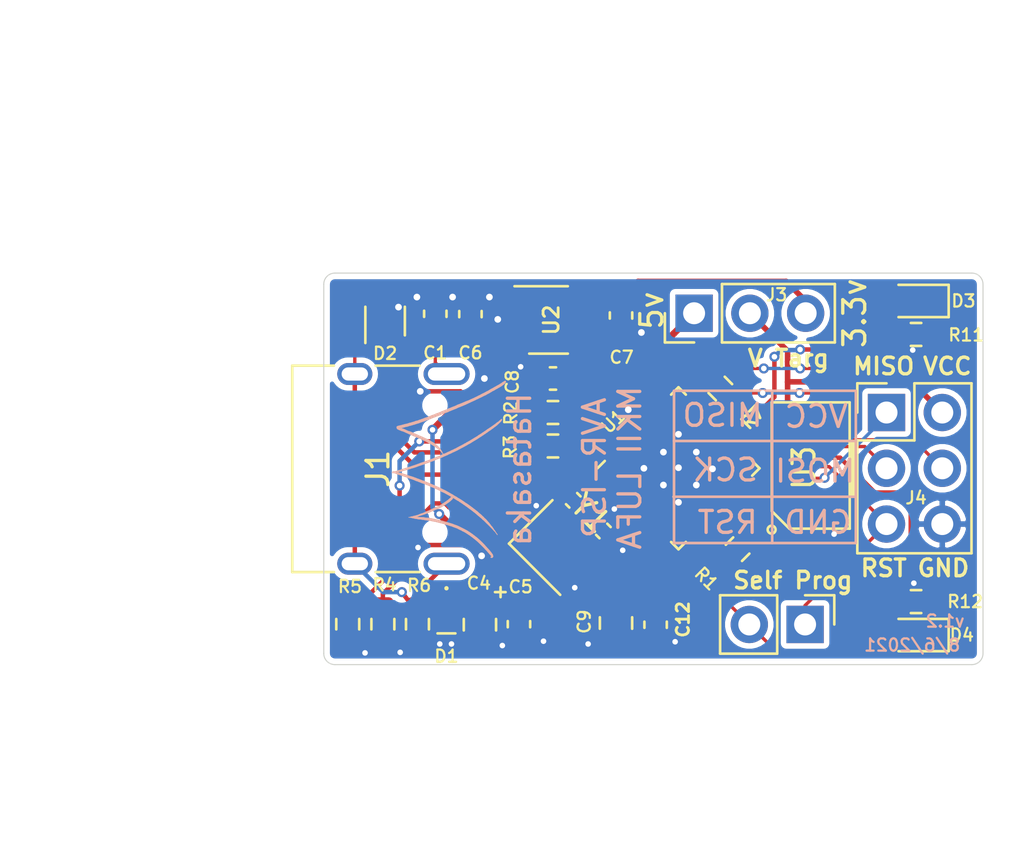
<source format=kicad_pcb>
(kicad_pcb (version 20171130) (host pcbnew "(5.1.10)-1")
  (layers (0 F.Cu signal) (31 B.Cu signal) (34 B.Paste user) (35 F.Paste user) (36 B.SilkS user) (37 F.SilkS user) (38 B.Mask user) (39 F.Mask user) (44 Edge.Cuts user))
  (net 0 "")
  (net 1 GND)
  (net 2 "Net-(C1-Pad1)")
  (net 3 XTAL1)
  (net 4 XTAL2)
  (net 5 +5V)
  (net 6 +3V3)
  (net 7 VCC)
  (net 8 "Net-(D3-Pad1)")
  (net 9 "Net-(D4-Pad1)")
  (net 10 "Net-(J1-PadA5)")
  (net 11 "Net-(J1-PadB5)")
  (net 12 RST)
  (net 13 PB4)
  (net 14 PB5)
  (net 15 PB2)
  (net 16 PB3)
  (net 17 UCAP)
  (net 18 /Conn_D+)
  (net 19 /Conn_D-)
  (net 20 /MOSI_shifted)
  (net 21 /SCK_shifted)
  (net 22 D+)
  (net 23 D-)
  (net 24 PB6)
  (net 25 PB1)
  (net 26 "Net-(R7-Pad2)")
  (net 27 "Net-(J1-PadB8)")
  (net 28 "Net-(J1-PadA8)")
  (net 29 PC4)
  (net 30 PC5)
  (net 31 PC6)
  (net 32 PC7)
  (net 33 PB7)
  (net 34 PB0)
  (net 35 PD7)
  (net 36 PD6)
  (net 37 PD5)
  (net 38 PD4)
  (net 39 PD3)
  (net 40 PD2)
  (net 41 PD1)
  (net 42 PD0)
  (net 43 PC2)
  (net 44 "Net-(U2-Pad4)")
  (module logo:mountains (layer B.Cu) (at 131.4958 85.2932 270)
    (fp_text reference G*** hide)
    (fp_text value LOGO hide)
  )
  (module AVR-ISPMKII:Crystal_SMD_2520-4Pin_2.5x2.0mm (layer F.Cu) (at 136.2456 88.6968 315)
    (fp_text reference Y1 (at 0 -2.2 135) (layer F.SilkS))
    (fp_text value 16MHz)
    (pad 1 smd rect (at -0.875 0.7 315) (size 1.15 1) (layers F.Cu F.Paste F.Mask) (net 3 XTAL1))
    (pad 2 smd rect (at 0.875 0.7 315) (size 1.15 1) (layers F.Cu F.Paste F.Mask) (net 1 GND))
    (pad 3 smd rect (at 0.875 -0.7 315) (size 1.15 1) (layers F.Cu F.Paste F.Mask) (net 4 XTAL2))
    (pad 4 smd rect (at -0.875 -0.7 315) (size 1.15 1) (layers F.Cu F.Paste F.Mask) (net 1 GND))
  )
  (module AVR-ISPMKII:TSSOP8 (layer F.Cu) (at 147.828 84.963 90)
    (fp_text reference U3 (at -0.1016 -0.3048 270) (layer F.SilkS))
    (fp_text value NLSX4373DMR2G)
    (pad 4 smd rect (at -2.175 1.05) (size 0.6 1.15) (layers F.Cu F.Paste F.Mask) (net 1 GND))
    (pad 5 smd rect (at 2.175 1.05) (size 0.6 1.15) (layers F.Cu F.Paste F.Mask) (net 26 "Net-(R7-Pad2)"))
    (pad 3 smd rect (at -2.175 0.325) (size 0.45 1.15) (layers F.Cu F.Paste F.Mask) (net 15 PB2))
    (pad 6 smd rect (at 2.175 0.325) (size 0.45 1.15) (layers F.Cu F.Paste F.Mask) (net 20 /MOSI_shifted))
    (pad 2 smd rect (at -2.175 -0.325) (size 0.45 1.15) (layers F.Cu F.Paste F.Mask) (net 25 PB1))
    (pad 7 smd rect (at 2.175 -0.325) (size 0.45 1.15) (layers F.Cu F.Paste F.Mask) (net 21 /SCK_shifted))
    (pad 1 smd rect (at -2.175 -1.05) (size 0.6 1.15) (layers F.Cu F.Paste F.Mask) (net 5 +5V))
    (pad 8 smd rect (at 2.175 -1.05) (size 0.6 1.15) (layers F.Cu F.Paste F.Mask) (net 7 VCC))
  )
  (module Capacitor_SMD:C_0603_1608Metric (layer F.Cu) (at 140.7668 92.2144 270)
    (fp_text reference C12 (at -0.241 -1.2446 90) (layer F.SilkS) (effects (font (size 0.5588 0.5588) (thickness 0.127))))
    (fp_text value 10nF)
    (pad 2 smd roundrect (at 0.775 0 270) (size 0.9 0.95) (layers F.Cu F.Paste F.Mask) (net 1 GND))
    (pad 1 smd roundrect (at -0.775 0 270) (size 0.9 0.95) (layers F.Cu F.Paste F.Mask) (net 5 +5V))
  )
  (module Resistor_SMD:R_0603_1608Metric (layer F.Cu) (at 143.7132 81.4578 315)
    (fp_text reference R7 (at 1.975656 -0.107763 225) (layer F.SilkS) (effects (font (size 0.5588 0.5588) (thickness 0.127))))
    (fp_text value 10k)
    (pad 2 smd roundrect (at 0.825 0 315) (size 0.8 0.95) (layers F.Cu F.Paste F.Mask) (net 26 "Net-(R7-Pad2)"))
    (pad 1 smd roundrect (at -0.825 0 315) (size 0.8 0.95) (layers F.Cu F.Paste F.Mask) (net 5 +5V))
  )
  (module Capacitor_SMD:C_0402_1005Metric (layer F.Cu) (at 138.388411 87.944011 315)
    (fp_text reference C3 hide)
    (fp_text value 18pF)
    (pad 2 smd roundrect (at 0.48 0 315) (size 0.56 0.62) (layers F.Cu F.Paste F.Mask) (net 1 GND))
    (pad 1 smd roundrect (at -0.48 0 315) (size 0.56 0.62) (layers F.Cu F.Paste F.Mask) (net 4 XTAL2))
  )
  (module Capacitor_SMD:C_0402_1005Metric (layer F.Cu) (at 137.016811 86.547011 135)
    (fp_text reference C2 hide)
    (fp_text value 18pF)
    (pad 2 smd roundrect (at 0.48 0 135) (size 0.56 0.62) (layers F.Cu F.Paste F.Mask) (net 1 GND))
    (pad 1 smd roundrect (at -0.48 0 135) (size 0.56 0.62) (layers F.Cu F.Paste F.Mask) (net 3 XTAL1))
  )
  (module Package_TO_SOT_SMD:TSOT-23-5 (layer F.Cu) (at 135.89 78.3082)
    (fp_text reference U2 (at 0.127 0.0254 90) (layer F.SilkS) (effects (font (size 0.6858 0.6858) (thickness 0.127))))
    (fp_text value AP7365-33WG-7)
    (pad 5 smd rect (at 1.31 -0.95) (size 1.22 0.65) (layers F.Cu F.Paste F.Mask) (net 6 +3V3))
    (pad 4 smd rect (at 1.31 0.95) (size 1.22 0.65) (layers F.Cu F.Paste F.Mask) (net 44 "Net-(U2-Pad4)"))
    (pad 3 smd rect (at -1.31 0.95) (size 1.22 0.65) (layers F.Cu F.Paste F.Mask) (net 5 +5V))
    (pad 2 smd rect (at -1.31 0) (size 1.22 0.65) (layers F.Cu F.Paste F.Mask) (net 1 GND))
    (pad 1 smd rect (at -1.31 -0.95) (size 1.22 0.65) (layers F.Cu F.Paste F.Mask) (net 5 +5V))
  )
  (module Capacitor_SMD:C_0805_2012Metric (layer F.Cu) (at 132.7658 92.2122 270)
    (fp_text reference C4 (at -1.8898 0.0508 180) (layer F.SilkS) (effects (font (size 0.5588 0.5588) (thickness 0.1016))))
    (fp_text value 4.7uF)
    (pad 2 smd roundrect (at 0.95 0 270) (size 1 1.45) (layers F.Cu F.Paste F.Mask) (net 1 GND))
    (pad 1 smd roundrect (at -0.95 0 270) (size 1 1.45) (layers F.Cu F.Paste F.Mask) (net 5 +5V))
  )
  (module Connector_USB:USB_C_Receptacle_HRO_TYPE-C-31-M-12 (layer F.Cu) (at 128.1176 85.1154 270)
    (fp_text reference J1 (at 0 0 90) (layer F.SilkS))
    (fp_text value USB_C_Receptacle_USB2.0)
    (pad B1 smd rect (at 3.25 -4.045 270) (size 0.6 1.45) (layers F.Cu F.Paste F.Mask) (net 1 GND))
    (pad A9 smd rect (at 2.45 -4.045 270) (size 0.6 1.45) (layers F.Cu F.Paste F.Mask) (net 5 +5V))
    (pad B9 smd rect (at -2.45 -4.045 270) (size 0.6 1.45) (layers F.Cu F.Paste F.Mask) (net 5 +5V))
    (pad B12 smd rect (at -3.25 -4.045 270) (size 0.6 1.45) (layers F.Cu F.Paste F.Mask) (net 1 GND))
    (pad A1 smd rect (at -3.25 -4.045 270) (size 0.6 1.45) (layers F.Cu F.Paste F.Mask) (net 1 GND))
    (pad A4 smd rect (at -2.45 -4.045 270) (size 0.6 1.45) (layers F.Cu F.Paste F.Mask) (net 5 +5V))
    (pad B4 smd rect (at 2.45 -4.045 270) (size 0.6 1.45) (layers F.Cu F.Paste F.Mask) (net 5 +5V))
    (pad A12 smd rect (at 3.25 -4.045 270) (size 0.6 1.45) (layers F.Cu F.Paste F.Mask) (net 1 GND))
    (pad B8 smd rect (at -1.75 -4.045 270) (size 0.3 1.45) (layers F.Cu F.Paste F.Mask) (net 27 "Net-(J1-PadB8)"))
    (pad A5 smd rect (at -1.25 -4.045 270) (size 0.3 1.45) (layers F.Cu F.Paste F.Mask) (net 10 "Net-(J1-PadA5)"))
    (pad B7 smd rect (at -0.75 -4.045 270) (size 0.3 1.45) (layers F.Cu F.Paste F.Mask) (net 19 /Conn_D-))
    (pad A7 smd rect (at 0.25 -4.045 270) (size 0.3 1.45) (layers F.Cu F.Paste F.Mask) (net 19 /Conn_D-))
    (pad B6 smd rect (at 0.75 -4.045 270) (size 0.3 1.45) (layers F.Cu F.Paste F.Mask) (net 18 /Conn_D+))
    (pad A8 smd rect (at 1.25 -4.045 270) (size 0.3 1.45) (layers F.Cu F.Paste F.Mask) (net 28 "Net-(J1-PadA8)"))
    (pad B5 smd rect (at 1.75 -4.045 270) (size 0.3 1.45) (layers F.Cu F.Paste F.Mask) (net 11 "Net-(J1-PadB5)"))
    (pad A6 smd rect (at -0.25 -4.045 270) (size 0.3 1.45) (layers F.Cu F.Paste F.Mask) (net 18 /Conn_D+))
    (pad S1 thru_hole oval (at 4.32 -3.13 270) (size 1 2.1) (drill oval 0.6 1.7) (layers *.Cu *.Mask) (net 2 "Net-(C1-Pad1)"))
    (pad S1 thru_hole oval (at -4.32 -3.13 270) (size 1 2.1) (drill oval 0.6 1.7) (layers *.Cu *.Mask) (net 2 "Net-(C1-Pad1)"))
    (pad "" np_thru_hole circle (at -2.89 -2.6 270) (size 0.65 0.65) (drill 0.65) (layers *.Cu *.Mask))
    (pad S1 thru_hole oval (at -4.32 1.05 270) (size 1 1.6) (drill oval 0.6 1.2) (layers *.Cu *.Mask) (net 2 "Net-(C1-Pad1)"))
    (pad "" np_thru_hole circle (at 2.89 -2.6 270) (size 0.65 0.65) (drill 0.65) (layers *.Cu *.Mask))
    (pad S1 thru_hole oval (at 4.32 1.05 270) (size 1 1.6) (drill oval 0.6 1.2) (layers *.Cu *.Mask) (net 2 "Net-(C1-Pad1)"))
  )
  (module Package_DFN_QFN:QFN-32-1EP_5x5mm_P0.5mm_EP3.1x3.1mm (layer F.Cu) (at 141.8082 85.09 45)
    (fp_text reference U1 (at -0.592697 -3.610063 45) (layer F.SilkS) (effects (font (size 0.5588 0.5588) (thickness 0.1016))))
    (fp_text value ATmega16U2-MU)
    (pad 33 smd rect (at 0 0 45) (size 3.1 3.1) (layers F.Cu F.Mask) (net 1 GND))
    (pad 32 smd roundrect (at -1.75 -2.4375 45) (size 0.25 0.875) (layers F.Cu F.Paste F.Mask) (net 5 +5V))
    (pad 31 smd roundrect (at -1.25 -2.4375 45) (size 0.25 0.875) (layers F.Cu F.Paste F.Mask) (net 5 +5V))
    (pad 30 smd roundrect (at -0.75 -2.4375 45) (size 0.25 0.875) (layers F.Cu F.Paste F.Mask) (net 23 D-))
    (pad 29 smd roundrect (at -0.25 -2.4375 45) (size 0.25 0.875) (layers F.Cu F.Paste F.Mask) (net 22 D+))
    (pad 28 smd roundrect (at 0.25 -2.4375 45) (size 0.25 0.875) (layers F.Cu F.Paste F.Mask) (net 1 GND))
    (pad 27 smd roundrect (at 0.75 -2.4375 45) (size 0.25 0.875) (layers F.Cu F.Paste F.Mask) (net 17 UCAP))
    (pad 26 smd roundrect (at 1.25 -2.4375 45) (size 0.25 0.875) (layers F.Cu F.Paste F.Mask) (net 29 PC4))
    (pad 25 smd roundrect (at 1.75 -2.4375 45) (size 0.25 0.875) (layers F.Cu F.Paste F.Mask) (net 30 PC5))
    (pad 24 smd roundrect (at 2.4375 -1.75 45) (size 0.875 0.25) (layers F.Cu F.Paste F.Mask) (net 12 RST))
    (pad 23 smd roundrect (at 2.4375 -1.25 45) (size 0.875 0.25) (layers F.Cu F.Paste F.Mask) (net 31 PC6))
    (pad 22 smd roundrect (at 2.4375 -0.75 45) (size 0.875 0.25) (layers F.Cu F.Paste F.Mask) (net 32 PC7))
    (pad 21 smd roundrect (at 2.4375 -0.25 45) (size 0.875 0.25) (layers F.Cu F.Paste F.Mask) (net 33 PB7))
    (pad 20 smd roundrect (at 2.4375 0.25 45) (size 0.875 0.25) (layers F.Cu F.Paste F.Mask) (net 24 PB6))
    (pad 19 smd roundrect (at 2.4375 0.75 45) (size 0.875 0.25) (layers F.Cu F.Paste F.Mask) (net 14 PB5))
    (pad 18 smd roundrect (at 2.4375 1.25 45) (size 0.875 0.25) (layers F.Cu F.Paste F.Mask) (net 13 PB4))
    (pad 17 smd roundrect (at 2.4375 1.75 45) (size 0.875 0.25) (layers F.Cu F.Paste F.Mask) (net 16 PB3))
    (pad 16 smd roundrect (at 1.75 2.4375 45) (size 0.25 0.875) (layers F.Cu F.Paste F.Mask) (net 15 PB2))
    (pad 15 smd roundrect (at 1.25 2.4375 45) (size 0.25 0.875) (layers F.Cu F.Paste F.Mask) (net 25 PB1))
    (pad 14 smd roundrect (at 0.75 2.4375 45) (size 0.25 0.875) (layers F.Cu F.Paste F.Mask) (net 34 PB0))
    (pad 13 smd roundrect (at 0.25 2.4375 45) (size 0.25 0.875) (layers F.Cu F.Paste F.Mask) (net 35 PD7))
    (pad 12 smd roundrect (at -0.25 2.4375 45) (size 0.25 0.875) (layers F.Cu F.Paste F.Mask) (net 36 PD6))
    (pad 11 smd roundrect (at -0.75 2.4375 45) (size 0.25 0.875) (layers F.Cu F.Paste F.Mask) (net 37 PD5))
    (pad 10 smd roundrect (at -1.25 2.4375 45) (size 0.25 0.875) (layers F.Cu F.Paste F.Mask) (net 38 PD4))
    (pad 9 smd roundrect (at -1.75 2.4375 45) (size 0.25 0.875) (layers F.Cu F.Paste F.Mask) (net 39 PD3))
    (pad 8 smd roundrect (at -2.4375 1.75 45) (size 0.875 0.25) (layers F.Cu F.Paste F.Mask) (net 40 PD2))
    (pad 7 smd roundrect (at -2.4375 1.25 45) (size 0.875 0.25) (layers F.Cu F.Paste F.Mask) (net 41 PD1))
    (pad 6 smd roundrect (at -2.4375 0.75 45) (size 0.875 0.25) (layers F.Cu F.Paste F.Mask) (net 42 PD0))
    (pad 5 smd roundrect (at -2.4375 0.25 45) (size 0.875 0.25) (layers F.Cu F.Paste F.Mask) (net 43 PC2))
    (pad 4 smd roundrect (at -2.4375 -0.25 45) (size 0.875 0.25) (layers F.Cu F.Paste F.Mask) (net 5 +5V))
    (pad 3 smd roundrect (at -2.4375 -0.75 45) (size 0.875 0.25) (layers F.Cu F.Paste F.Mask) (net 1 GND))
    (pad 2 smd roundrect (at -2.4375 -1.25 45) (size 0.875 0.25) (layers F.Cu F.Paste F.Mask) (net 4 XTAL2))
    (pad 1 smd roundrect (at -2.4375 -1.75 45) (size 0.875 0.25) (layers F.Cu F.Paste F.Mask) (net 3 XTAL1))
  )
  (module Package_TO_SOT_SMD:SOT-523 (layer F.Cu) (at 128.4478 78.3844 90)
    (fp_text reference D2 (at -1.4732 0 180) (layer F.SilkS) (effects (font (size 0.5588 0.5588) (thickness 0.1016))))
    (fp_text value EGUARD0502BTR)
    (pad 2 smd rect (at -0.645 0.5 270) (size 0.51 0.4) (layers F.Cu F.Paste F.Mask) (net 19 /Conn_D-))
    (pad 3 smd rect (at 0.645 0 270) (size 0.51 0.4) (layers F.Cu F.Paste F.Mask) (net 1 GND))
    (pad 1 smd rect (at -0.645 -0.5 270) (size 0.51 0.4) (layers F.Cu F.Paste F.Mask) (net 18 /Conn_D+))
  )
  (module AVR-ISPMKII:D_0402_1005Metric (layer F.Cu) (at 131.2418 91.6432 270)
    (fp_text reference D1 (at 2.0066 0 180) (layer F.SilkS) (effects (font (size 0.5588 0.5588) (thickness 0.1016))))
    (fp_text value CPDER5V0U)
    (pad 2 smd roundrect (at 0.425 0 270) (size 0.55 0.85) (layers F.Cu F.Paste F.Mask) (net 1 GND))
    (pad 1 smd roundrect (at -0.425 0 270) (size 0.55 0.85) (layers F.Cu F.Paste F.Mask) (net 5 +5V))
  )
  (module Capacitor_SMD:C_0805_2012Metric (layer F.Cu) (at 138.9634 92.136 270)
    (fp_text reference C9 (at -0.061 1.4478 270) (layer F.SilkS) (effects (font (size 0.5588 0.5588) (thickness 0.1016))))
    (fp_text value 10uF)
    (pad 2 smd roundrect (at 0.95 0 270) (size 1 1.45) (layers F.Cu F.Paste F.Mask) (net 1 GND))
    (pad 1 smd roundrect (at -0.95 0 270) (size 1 1.45) (layers F.Cu F.Paste F.Mask) (net 5 +5V))
  )
  (module Capacitor_SMD:C_0603_1608Metric (layer F.Cu) (at 136.0932 81.0006 180)
    (fp_text reference C8 (at 1.8542 -0.1524 90) (layer F.SilkS) (effects (font (size 0.5588 0.5588) (thickness 0.1016))))
    (fp_text value 1uF)
    (pad 2 smd roundrect (at 0.775 0 180) (size 0.9 0.95) (layers F.Cu F.Paste F.Mask) (net 1 GND))
    (pad 1 smd roundrect (at -0.775 0 180) (size 0.9 0.95) (layers F.Cu F.Paste F.Mask) (net 17 UCAP))
  )
  (module Resistor_SMD:R_0603_1608Metric (layer F.Cu) (at 152.6286 91.1606 180)
    (fp_text reference R12 (at -2.2352 0) (layer F.SilkS) (effects (font (size 0.5588 0.5588) (thickness 0.1016))))
    (fp_text value 1k)
    (pad 2 smd roundrect (at 0.825 0 180) (size 0.8 0.95) (layers F.Cu F.Paste F.Mask) (net 1 GND))
    (pad 1 smd roundrect (at -0.825 0 180) (size 0.8 0.95) (layers F.Cu F.Paste F.Mask) (net 9 "Net-(D4-Pad1)"))
  )
  (module Resistor_SMD:R_0603_1608Metric (layer F.Cu) (at 152.6286 78.994 180)
    (fp_text reference R11 (at -2.286 -0.0254) (layer F.SilkS) (effects (font (size 0.5588 0.5588) (thickness 0.1016))))
    (fp_text value 1k)
    (pad 2 smd roundrect (at 0.825 0 180) (size 0.8 0.95) (layers F.Cu F.Paste F.Mask) (net 1 GND))
    (pad 1 smd roundrect (at -0.825 0 180) (size 0.8 0.95) (layers F.Cu F.Paste F.Mask) (net 8 "Net-(D3-Pad1)"))
  )
  (module Resistor_SMD:R_0603_1608Metric (layer F.Cu) (at 129.921 92.1898 270)
    (fp_text reference R6 (at -1.7658 -0.0762 180) (layer F.SilkS) (effects (font (size 0.5588 0.5588) (thickness 0.1016))))
    (fp_text value 1M)
    (pad 2 smd roundrect (at 0.825 0 270) (size 0.8 0.95) (layers F.Cu F.Paste F.Mask) (net 1 GND))
    (pad 1 smd roundrect (at -0.825 0 270) (size 0.8 0.95) (layers F.Cu F.Paste F.Mask) (net 2 "Net-(C1-Pad1)"))
  )
  (module Resistor_SMD:R_0603_1608Metric (layer F.Cu) (at 126.746 92.1888 90)
    (fp_text reference R5 (at 1.714 0.1016) (layer F.SilkS) (effects (font (size 0.5588 0.5588) (thickness 0.1016))))
    (fp_text value 5.1k)
    (pad 2 smd roundrect (at 0.825 0 90) (size 0.8 0.95) (layers F.Cu F.Paste F.Mask) (net 10 "Net-(J1-PadA5)"))
    (pad 1 smd roundrect (at -0.825 0 90) (size 0.8 0.95) (layers F.Cu F.Paste F.Mask) (net 1 GND))
  )
  (module Resistor_SMD:R_0603_1608Metric (layer F.Cu) (at 128.3462 92.1888 90)
    (fp_text reference R4 (at 1.7902 0.0762 180) (layer F.SilkS) (effects (font (size 0.5588 0.5588) (thickness 0.1016))))
    (fp_text value 5.1k)
    (pad 2 smd roundrect (at 0.825 0 90) (size 0.8 0.95) (layers F.Cu F.Paste F.Mask) (net 11 "Net-(J1-PadB5)"))
    (pad 1 smd roundrect (at -0.825 0 90) (size 0.8 0.95) (layers F.Cu F.Paste F.Mask) (net 1 GND))
  )
  (module Resistor_SMD:R_0603_1608Metric (layer F.Cu) (at 136.0932 84.074)
    (fp_text reference R3 (at -1.9426 0.0508 90) (layer F.SilkS) (effects (font (size 0.5588 0.5588) (thickness 0.1016))))
    (fp_text value 22)
    (pad 2 smd roundrect (at 0.825 0) (size 0.8 0.95) (layers F.Cu F.Paste F.Mask) (net 23 D-))
    (pad 1 smd roundrect (at -0.825 0) (size 0.8 0.95) (layers F.Cu F.Paste F.Mask) (net 19 /Conn_D-))
  )
  (module Resistor_SMD:R_0603_1608Metric (layer F.Cu) (at 136.0932 82.55)
    (fp_text reference R2 (at -1.9172 0.0254 90) (layer F.SilkS) (effects (font (size 0.5588 0.5588) (thickness 0.1016))))
    (fp_text value 22)
    (pad 2 smd roundrect (at 0.825 0) (size 0.8 0.95) (layers F.Cu F.Paste F.Mask) (net 22 D+))
    (pad 1 smd roundrect (at -0.825 0) (size 0.8 0.95) (layers F.Cu F.Paste F.Mask) (net 18 /Conn_D+))
  )
  (module Resistor_SMD:R_0603_1608Metric (layer F.Cu) (at 144.5006 88.773 225)
    (fp_text reference R1 (at 1.956512 0.053882 315) (layer F.SilkS) (effects (font (size 0.5588 0.5588) (thickness 0.1016))))
    (fp_text value 10k hide)
    (pad 2 smd roundrect (at 0.825 0 225) (size 0.8 0.95) (layers F.Cu F.Paste F.Mask) (net 12 RST))
    (pad 1 smd roundrect (at -0.825 0 225) (size 0.8 0.95) (layers F.Cu F.Paste F.Mask) (net 5 +5V))
  )
  (module Connector_PinHeader_2.54mm:PinHeader_2x03_P2.54mm_Vertical (layer F.Cu) (at 151.2824 82.55)
    (fp_text reference J4 (at 1.3462 3.8862) (layer F.SilkS) (effects (font (size 0.5588 0.5588) (thickness 0.1016))))
    (fp_text value ISP_Header)
    (pad 6 thru_hole oval (at 2.54 5.08) (size 1.7 1.7) (drill 1) (layers *.Cu *.Mask) (net 1 GND))
    (pad 5 thru_hole oval (at 0 5.08) (size 1.7 1.7) (drill 1) (layers *.Cu *.Mask) (net 13 PB4))
    (pad 4 thru_hole oval (at 2.54 2.54) (size 1.7 1.7) (drill 1) (layers *.Cu *.Mask) (net 20 /MOSI_shifted))
    (pad 3 thru_hole oval (at 0 2.54) (size 1.7 1.7) (drill 1) (layers *.Cu *.Mask) (net 21 /SCK_shifted))
    (pad 2 thru_hole oval (at 2.54 0) (size 1.7 1.7) (drill 1) (layers *.Cu *.Mask) (net 7 VCC))
    (pad 1 thru_hole rect (at 0 0) (size 1.7 1.7) (drill 1) (layers *.Cu *.Mask) (net 16 PB3))
  )
  (module Connector_PinHeader_2.54mm:PinHeader_1x03_P2.54mm_Vertical (layer F.Cu) (at 142.5194 78.0288 90)
    (fp_text reference J3 (at 0.8382 3.7592 180) (layer F.SilkS) (effects (font (size 0.5588 0.5588) (thickness 0.1016))))
    (fp_text value V_Target)
    (pad 3 thru_hole oval (at 0 5.08 90) (size 1.7 1.7) (drill 1) (layers *.Cu *.Mask) (net 6 +3V3))
    (pad 2 thru_hole oval (at 0 2.54 90) (size 1.7 1.7) (drill 1) (layers *.Cu *.Mask) (net 7 VCC))
    (pad 1 thru_hole rect (at 0 0 90) (size 1.7 1.7) (drill 1) (layers *.Cu *.Mask) (net 5 +5V))
  )
  (module Connector_PinHeader_2.54mm:PinHeader_1x02_P2.54mm_Vertical (layer F.Cu) (at 147.574 92.202 270)
    (fp_text reference J2 hide)
    (fp_text value Self_Program)
    (pad 2 thru_hole oval (at 0 2.54 270) (size 1.7 1.7) (drill 1) (layers *.Cu *.Mask) (net 12 RST))
    (pad 1 thru_hole rect (at 0 0 270) (size 1.7 1.7) (drill 1) (layers *.Cu *.Mask) (net 13 PB4))
  )
  (module LED_SMD:LED_0603_1608Metric (layer F.Cu) (at 152.6285 92.6846 180)
    (fp_text reference D4 (at -2.0828 0 180) (layer F.SilkS) (effects (font (size 0.5588 0.5588) (thickness 0.1016))))
    (fp_text value R_LED)
    (pad 2 smd roundrect (at 0.7875 0 180) (size 0.875 0.95) (layers F.Cu F.Paste F.Mask) (net 14 PB5))
    (pad 1 smd roundrect (at -0.7875 0 180) (size 0.875 0.95) (layers F.Cu F.Paste F.Mask) (net 9 "Net-(D4-Pad1)"))
  )
  (module LED_SMD:LED_0603_1608Metric (layer F.Cu) (at 152.6286 77.47 180)
    (fp_text reference D3 (at -2.159 0) (layer F.SilkS) (effects (font (size 0.5588 0.5588) (thickness 0.1016))))
    (fp_text value G_LED)
    (pad 2 smd roundrect (at 0.7875 0 180) (size 0.875 0.95) (layers F.Cu F.Paste F.Mask) (net 24 PB6))
    (pad 1 smd roundrect (at -0.7875 0 180) (size 0.875 0.95) (layers F.Cu F.Paste F.Mask) (net 8 "Net-(D3-Pad1)"))
  )
  (module Capacitor_SMD:C_0603_1608Metric (layer F.Cu) (at 139.192 78.1304 270)
    (fp_text reference C7 (at 1.905 -0.0254 180) (layer F.SilkS) (effects (font (size 0.5588 0.5588) (thickness 0.1016))))
    (fp_text value 1uF)
    (pad 2 smd roundrect (at 0.775 0 270) (size 0.9 0.95) (layers F.Cu F.Paste F.Mask) (net 1 GND))
    (pad 1 smd roundrect (at -0.775 0 270) (size 0.9 0.95) (layers F.Cu F.Paste F.Mask) (net 6 +3V3))
  )
  (module Capacitor_SMD:C_0603_1608Metric (layer F.Cu) (at 132.334 78.0672 90)
    (fp_text reference C6 (at -1.765 0) (layer F.SilkS) (effects (font (size 0.5588 0.5588) (thickness 0.1016))))
    (fp_text value 1uF)
    (pad 2 smd roundrect (at 0.775 0 90) (size 0.9 0.95) (layers F.Cu F.Paste F.Mask) (net 1 GND))
    (pad 1 smd roundrect (at -0.775 0 90) (size 0.9 0.95) (layers F.Cu F.Paste F.Mask) (net 5 +5V))
  )
  (module Capacitor_SMD:C_0603_1608Metric (layer F.Cu) (at 134.5438 92.189 270)
    (fp_text reference C5 (at -1.7018 -0.0762 180) (layer F.SilkS) (effects (font (size 0.5588 0.5588) (thickness 0.1016))))
    (fp_text value 100nF)
    (pad 2 smd roundrect (at 0.775 0 270) (size 0.9 0.95) (layers F.Cu F.Paste F.Mask) (net 1 GND))
    (pad 1 smd roundrect (at -0.775 0 270) (size 0.9 0.95) (layers F.Cu F.Paste F.Mask) (net 5 +5V))
  )
  (module Capacitor_SMD:C_0603_1608Metric (layer F.Cu) (at 130.7338 78.0542 90)
    (fp_text reference C1 (at -1.778 0 180) (layer F.SilkS) (effects (font (size 0.5588 0.5588) (thickness 0.1016))))
    (fp_text value 4.7nF)
    (pad 2 smd roundrect (at 0.775 0 90) (size 0.9 0.95) (layers F.Cu F.Paste F.Mask) (net 1 GND))
    (pad 1 smd roundrect (at -0.775 0 90) (size 0.9 0.95) (layers F.Cu F.Paste F.Mask) (net 2 "Net-(C1-Pad1)"))
  )
  (gr_line (start 130.8354 92.6084) (end 131.6482 92.6084) (layer F.SilkS) (width 0.12))
  (gr_text 8/6/2021 (at 152.4508 93.1418) (layer B.SilkS) (effects (font (size 0.5588 0.5588) (thickness 0.1016)) (justify mirror)))
  (gr_text v1.2 (at 153.9494 92.0496) (layer B.SilkS) (effects (font (size 0.5588 0.5588) (thickness 0.1016)) (justify mirror)))
  (gr_text "AVR-ISP\nMKII LUFA" (at 138.7856 85.0646 90) (layer B.SilkS) (effects (font (size 1 1)) (justify mirror)))
  (gr_text Hatasaka (at 134.5692 85.1408 90) (layer B.SilkS) (effects (font (size 1.016 1.016) (thickness 0.1524)) (justify mirror)))
  (gr_line (start 149.8854 83.8454) (end 141.605 83.8454) (layer B.SilkS) (width 0.12))
  (gr_line (start 141.5796 86.3854) (end 149.86 86.3854) (layer B.SilkS) (width 0.12))
  (gr_line (start 146.0754 81.5594) (end 146.0754 88.4936) (layer B.SilkS) (width 0.12))
  (gr_line (start 149.8854 81.5594) (end 149.8854 81.6864) (layer B.SilkS) (width 0.12))
  (gr_line (start 141.605 81.5594) (end 149.8854 81.5594) (layer B.SilkS) (width 0.12))
  (gr_line (start 141.605 88.4936) (end 141.605 81.5594) (layer B.SilkS) (width 0.12))
  (gr_line (start 149.8854 88.4936) (end 141.605 88.4936) (layer B.SilkS) (width 0.12))
  (gr_line (start 149.8854 81.6864) (end 149.8854 88.4936) (layer B.SilkS) (width 0.12))
  (gr_text RST (at 144.0434 87.5538) (layer B.SilkS) (effects (font (size 1 1)) (justify mirror)))
  (gr_text GND (at 148.1582 87.5538) (layer B.SilkS) (effects (font (size 1 1)) (justify mirror)))
  (gr_text MOSI (at 148.0312 85.217) (layer B.SilkS) (effects (font (size 1 1)) (justify mirror)))
  (gr_text SCK (at 143.9418 85.1662) (layer B.SilkS) (effects (font (size 1 1)) (justify mirror)))
  (gr_text MISO (at 143.8148 82.677) (layer B.SilkS) (effects (font (size 1 1)) (justify mirror)))
  (gr_text VCC (at 148.082 82.7278) (layer B.SilkS) (effects (font (size 1 1)) (justify mirror)))
  (gr_line (start 149.733 86.2076) (end 149.733 84.0232) (layer F.SilkS) (width 0.3302))
  (gr_text MISO (at 151.1554 80.4418) (layer F.SilkS) (effects (font (size 0.762 0.762) (thickness 0.1524))))
  (gr_text RST (at 151.1554 89.6366) (layer F.SilkS) (effects (font (size 0.762 0.762) (thickness 0.1524))))
  (gr_text GND (at 153.8732 89.6366) (layer F.SilkS) (effects (font (size 0.762 0.762) (thickness 0.1524))))
  (gr_text VCC (at 154.051 80.4418) (layer F.SilkS) (effects (font (size 0.762 0.762) (thickness 0.1524))))
  (gr_text 5v (at 140.589 77.9018 90) (layer F.SilkS) (effects (font (size 1 1))))
  (gr_text 3.3v (at 149.8346 78.0288 90) (layer F.SilkS) (effects (font (size 1 1))))
  (gr_text "V Targ" (at 146.812 80.0862) (layer F.SilkS) (effects (font (size 0.762 0.762) (thickness 0.1524))))
  (gr_text "Self Prog" (at 147.0152 90.1954) (layer F.SilkS) (effects (font (size 0.762 0.762) (thickness 0.1524))))
  (gr_line (start 133.7056 90.5002) (end 133.7056 90.9574) (layer F.SilkS) (width 0.12))
  (gr_line (start 133.4516 90.7288) (end 133.9342 90.7288) (layer F.SilkS) (width 0.12))
  (gr_arc (start 126.1618 93.5228) (end 125.6538 93.5228) (angle -90) (layer Edge.Cuts) (width 0.05))
  (gr_arc (start 126.1618 76.708) (end 126.1618 76.2) (angle -90) (layer Edge.Cuts) (width 0.05))
  (gr_arc (start 155.1686 76.708) (end 155.6766 76.708) (angle -90) (layer Edge.Cuts) (width 0.05))
  (gr_arc (start 155.1686 93.5228) (end 155.1686 94.0308) (angle -90) (layer Edge.Cuts) (width 0.05))
  (gr_line (start 155.1686 76.2) (end 126.1618 76.2) (layer Edge.Cuts) (width 0.05))
  (gr_line (start 155.6766 93.5228) (end 155.6766 76.708) (layer Edge.Cuts) (width 0.05))
  (gr_line (start 126.1618 94.0308) (end 155.1686 94.0308) (layer Edge.Cuts) (width 0.05))
  (gr_line (start 125.6538 76.708) (end 125.6538 93.5228) (layer Edge.Cuts) (width 0.05))
  (via (at 142.621 84.3534) (size 0.4572) (drill 0.3048) (layers F.Cu B.Cu) (net 1))
  (via (at 142.621 85.852) (size 0.4572) (drill 0.3048) (layers F.Cu B.Cu) (net 1))
  (via (at 141.1224 85.852) (size 0.4572) (drill 0.3048) (layers F.Cu B.Cu) (net 1))
  (via (at 141.1224 84.3534) (size 0.4572) (drill 0.3048) (layers F.Cu B.Cu) (net 1))
  (via (at 141.8082 85.0646) (size 0.4572) (drill 0.3048) (layers F.Cu B.Cu) (net 1))
  (via (at 140.2334 85.09) (size 0.4572) (drill 0.3048) (layers F.Cu B.Cu) (net 1))
  (via (at 143.3576 85.1154) (size 0.4572) (drill 0.3048) (layers F.Cu B.Cu) (net 1))
  (via (at 141.8082 86.6394) (size 0.4572) (drill 0.3048) (layers F.Cu B.Cu) (net 1))
  (via (at 141.8082 83.5406) (size 0.4572) (drill 0.3048) (layers F.Cu B.Cu) (net 1))
  (segment (start 130.2952 93.0148) (end 131.2418 92.0682) (width 0.2032) (layer F.Cu) (net 1))
  (segment (start 129.921 93.0148) (end 130.2952 93.0148) (width 0.2032) (layer F.Cu) (net 1))
  (segment (start 134.1554 92.977) (end 134.3914 93.213) (width 0.2032) (layer F.Cu) (net 1))
  (via (at 130.937 93.091) (size 0.4572) (drill 0.254) (layers F.Cu B.Cu) (net 1))
  (via (at 131.4704 93.091) (size 0.4572) (drill 0.254) (layers F.Cu B.Cu) (net 1))
  (via (at 129.1336 93.472) (size 0.4572) (drill 0.254) (layers F.Cu B.Cu) (net 1))
  (via (at 127.5334 93.4974) (size 0.4572) (drill 0.254) (layers F.Cu B.Cu) (net 1))
  (segment (start 127.5324 93.4964) (end 127.5334 93.4974) (width 0.2032) (layer F.Cu) (net 1))
  (segment (start 127.5324 93.0138) (end 127.5324 93.4964) (width 0.2032) (layer F.Cu) (net 1))
  (segment (start 126.746 93.0138) (end 127.5324 93.0138) (width 0.2032) (layer F.Cu) (net 1))
  (segment (start 129.1326 93.471) (end 129.1336 93.472) (width 0.2032) (layer F.Cu) (net 1))
  (segment (start 129.1326 93.0138) (end 129.1326 93.471) (width 0.2032) (layer F.Cu) (net 1))
  (segment (start 129.1326 93.0138) (end 129.92 93.0138) (width 0.2032) (layer F.Cu) (net 1))
  (segment (start 130.8608 93.0148) (end 130.937 93.091) (width 0.2032) (layer F.Cu) (net 1))
  (segment (start 129.921 93.0148) (end 130.8608 93.0148) (width 0.2032) (layer F.Cu) (net 1))
  (segment (start 131.4704 93.091) (end 132.4486 93.091) (width 0.2032) (layer F.Cu) (net 1))
  (segment (start 130.7468 77.2922) (end 130.7338 77.2792) (width 0.1524) (layer F.Cu) (net 1))
  (segment (start 132.3696 77.2566) (end 132.334 77.2922) (width 0.1524) (layer F.Cu) (net 1))
  (via (at 129.0574 77.7494) (size 0.508) (drill 0.3048) (layers F.Cu B.Cu) (net 1))
  (segment (start 129.0474 77.7394) (end 129.0574 77.7494) (width 0.1524) (layer F.Cu) (net 1))
  (segment (start 128.4478 77.7394) (end 129.0474 77.7394) (width 0.1524) (layer F.Cu) (net 1))
  (via (at 131.5212 77.2922) (size 0.508) (drill 0.3048) (layers F.Cu B.Cu) (net 1))
  (segment (start 131.5082 77.2792) (end 131.5212 77.2922) (width 0.1524) (layer F.Cu) (net 1))
  (segment (start 130.7338 77.2792) (end 131.5082 77.2792) (width 0.1524) (layer F.Cu) (net 1))
  (segment (start 131.5212 77.2922) (end 132.334 77.2922) (width 0.1524) (layer F.Cu) (net 1))
  (via (at 133.1976 77.2922) (size 0.508) (drill 0.3048) (layers F.Cu B.Cu) (net 1))
  (segment (start 132.334 77.2922) (end 133.1976 77.2922) (width 0.1524) (layer F.Cu) (net 1))
  (via (at 129.8956 77.2922) (size 0.508) (drill 0.3048) (layers F.Cu B.Cu) (net 1))
  (segment (start 129.9086 77.2792) (end 129.8956 77.2922) (width 0.1524) (layer F.Cu) (net 1))
  (segment (start 130.7338 77.2792) (end 129.9086 77.2792) (width 0.1524) (layer F.Cu) (net 1))
  (via (at 132.969 81.0006) (size 0.508) (drill 0.3048) (layers F.Cu B.Cu) (net 1))
  (segment (start 132.1626 81.807) (end 132.969 81.0006) (width 0.3048) (layer F.Cu) (net 1))
  (segment (start 132.1626 81.8654) (end 132.1626 81.807) (width 0.3048) (layer F.Cu) (net 1))
  (via (at 130.048 81.5848) (size 0.508) (drill 0.3048) (layers F.Cu B.Cu) (net 1))
  (segment (start 131.882 81.5848) (end 130.048 81.5848) (width 0.2032) (layer F.Cu) (net 1))
  (segment (start 132.1626 81.8654) (end 131.882 81.5848) (width 0.2032) (layer F.Cu) (net 1))
  (segment (start 131.943599 88.584401) (end 130.287399 88.584401) (width 0.2032) (layer F.Cu) (net 1))
  (segment (start 132.1626 88.3654) (end 131.943599 88.584401) (width 0.2032) (layer F.Cu) (net 1))
  (via (at 129.9464 88.6968) (size 0.4572) (drill 0.254) (layers F.Cu B.Cu) (net 1))
  (segment (start 130.058799 88.584401) (end 129.9464 88.6968) (width 0.254) (layer F.Cu) (net 1))
  (segment (start 130.287399 88.584401) (end 130.058799 88.584401) (width 0.254) (layer F.Cu) (net 1))
  (segment (start 133.2586 77.2312) (end 133.1976 77.2922) (width 0.2032) (layer F.Cu) (net 1))
  (segment (start 131.4788 92.0682) (end 131.2418 92.0682) (width 0.1524) (layer F.Cu) (net 1))
  (segment (start 132.5626 93.152) (end 131.4788 92.0682) (width 0.1524) (layer F.Cu) (net 1))
  (segment (start 129.92 93.0138) (end 129.921 93.0148) (width 0.2032) (layer F.Cu) (net 1))
  (segment (start 128.3462 93.0138) (end 129.92 93.0138) (width 0.2032) (layer F.Cu) (net 1))
  (segment (start 132.1626 88.5254) (end 132.1626 88.3654) (width 0.3048) (layer F.Cu) (net 1))
  (segment (start 132.842 89.0778) (end 132.1626 88.5254) (width 0.3048) (layer F.Cu) (net 1))
  (via (at 132.842 89.0778) (size 0.508) (drill 0.3048) (layers F.Cu B.Cu) (net 1))
  (via (at 133.5786 78.3082) (size 0.508) (drill 0.3048) (layers F.Cu B.Cu) (net 1))
  (segment (start 134.58 78.3082) (end 133.5786 78.3082) (width 0.3048) (layer F.Cu) (net 1))
  (segment (start 140.1194 78.9054) (end 139.192 78.9054) (width 0.2032) (layer F.Cu) (net 1))
  (via (at 140.1194 78.9054) (size 0.508) (drill 0.3048) (layers F.Cu B.Cu) (net 1))
  (segment (start 136.121856 86.763144) (end 136.6774 86.2076) (width 0.2032) (layer F.Cu) (net 1))
  (segment (start 136.121856 87.583107) (end 136.121856 86.763144) (width 0.2032) (layer F.Cu) (net 1))
  (via (at 135.3312 86.7918) (size 0.4572) (drill 0.254) (layers F.Cu B.Cu) (net 1))
  (segment (start 136.121856 87.582456) (end 135.3312 86.7918) (width 0.2032) (layer F.Cu) (net 1))
  (segment (start 136.121856 87.583107) (end 136.121856 87.582456) (width 0.2032) (layer F.Cu) (net 1))
  (segment (start 136.369344 89.811144) (end 137.0838 90.5256) (width 0.2032) (layer F.Cu) (net 1))
  (via (at 137.0838 90.5256) (size 0.4572) (drill 0.254) (layers F.Cu B.Cu) (net 1))
  (segment (start 136.369344 89.810493) (end 136.369344 89.811144) (width 0.2032) (layer F.Cu) (net 1))
  (segment (start 139.548157 86.283243) (end 139.554297 86.283243) (width 0.2032) (layer F.Cu) (net 1))
  (segment (start 138.8872 86.9442) (end 139.548157 86.283243) (width 0.2032) (layer F.Cu) (net 1))
  (via (at 138.8872 86.9442) (size 0.4572) (drill 0.254) (layers F.Cu B.Cu) (net 1))
  (via (at 139.2682 88.8238) (size 0.4572) (drill 0.254) (layers F.Cu B.Cu) (net 1))
  (segment (start 138.727822 88.283422) (end 139.2682 88.8238) (width 0.2032) (layer F.Cu) (net 1))
  (segment (start 140.6702 93.086) (end 140.7668 92.9894) (width 0.3048) (layer F.Cu) (net 1))
  (segment (start 138.9634 93.086) (end 140.6702 93.086) (width 0.3048) (layer F.Cu) (net 1))
  (via (at 137.6934 93.091) (size 0.4572) (drill 0.254) (layers F.Cu B.Cu) (net 1))
  (segment (start 137.6984 93.086) (end 137.6934 93.091) (width 0.3048) (layer F.Cu) (net 1))
  (segment (start 138.9634 93.086) (end 137.6984 93.086) (width 0.3048) (layer F.Cu) (net 1))
  (via (at 135.6614 92.964) (size 0.4572) (drill 0.254) (layers F.Cu B.Cu) (net 1))
  (segment (start 134.5438 92.964) (end 135.6614 92.964) (width 0.3048) (layer F.Cu) (net 1))
  (segment (start 134.3456 93.1622) (end 134.5438 92.964) (width 0.3048) (layer F.Cu) (net 1))
  (segment (start 132.7658 93.1622) (end 133.7868 93.1622) (width 0.3048) (layer F.Cu) (net 1))
  (segment (start 133.7868 93.1622) (end 134.3456 93.1622) (width 0.3048) (layer F.Cu) (net 1))
  (via (at 133.7868 93.1622) (size 0.4572) (drill 0.254) (layers F.Cu B.Cu) (net 1))
  (segment (start 140.7668 92.9894) (end 141.6558 92.9894) (width 0.3048) (layer F.Cu) (net 1))
  (via (at 141.6558 92.9894) (size 0.4572) (drill 0.254) (layers F.Cu B.Cu) (net 1))
  (segment (start 139.621753 82.55) (end 140.261404 83.189651) (width 0.254) (layer F.Cu) (net 1))
  (segment (start 139.5222 82.423) (end 139.621753 82.55) (width 0.254) (layer F.Cu) (net 1))
  (via (at 139.5222 82.423) (size 0.508) (drill 0.3048) (layers F.Cu B.Cu) (net 1))
  (via (at 148.8948 88.0872) (size 0.4572) (drill 0.254) (layers F.Cu B.Cu) (net 1))
  (segment (start 148.878 88.0704) (end 148.8948 88.0872) (width 0.254) (layer F.Cu) (net 1))
  (segment (start 148.878 87.138) (end 148.878 88.0704) (width 0.254) (layer F.Cu) (net 1))
  (segment (start 151.8036 79.0326) (end 152.4762 79.7052) (width 0.2032) (layer F.Cu) (net 1))
  (via (at 152.4762 79.7052) (size 0.4572) (drill 0.254) (layers F.Cu B.Cu) (net 1))
  (segment (start 151.8036 78.994) (end 151.8036 79.0326) (width 0.2032) (layer F.Cu) (net 1))
  (segment (start 151.7914 91.058) (end 151.7914 91.1606) (width 0.254) (layer F.Cu) (net 1))
  (segment (start 152.527 90.3224) (end 151.7914 91.058) (width 0.254) (layer F.Cu) (net 1))
  (via (at 152.527 90.3224) (size 0.4572) (drill 0.254) (layers F.Cu B.Cu) (net 1))
  (segment (start 135.5722 81.0006) (end 134.62 80.4672) (width 0.3048) (layer F.Cu) (net 1))
  (via (at 134.62 80.4672) (size 0.4572) (drill 0.254) (layers F.Cu B.Cu) (net 1))
  (segment (start 129.921 90.762) (end 131.2476 89.4354) (width 0.2032) (layer F.Cu) (net 2))
  (segment (start 129.921 91.3648) (end 129.921 90.762) (width 0.2032) (layer F.Cu) (net 2))
  (segment (start 130.7338 80.2816) (end 131.2476 80.7954) (width 0.1524) (layer F.Cu) (net 2))
  (segment (start 130.7338 78.8292) (end 130.7338 80.2816) (width 0.1524) (layer F.Cu) (net 2))
  (segment (start 127.0676 78.5708) (end 127.0676 80.7954) (width 0.1524) (layer F.Cu) (net 2))
  (segment (start 127.2794 78.359) (end 127.0676 78.5708) (width 0.1524) (layer F.Cu) (net 2))
  (segment (start 129.7178 78.359) (end 127.2794 78.359) (width 0.1524) (layer F.Cu) (net 2))
  (segment (start 130.188 78.8292) (end 129.7178 78.359) (width 0.1524) (layer F.Cu) (net 2))
  (segment (start 130.7338 78.8292) (end 130.188 78.8292) (width 0.1524) (layer F.Cu) (net 2))
  (segment (start 127.0676 80.7954) (end 127.0676 89.4354) (width 0.2032) (layer F.Cu) (net 2))
  (segment (start 129.2098 90.7288) (end 128.361 90.7288) (width 0.2032) (layer B.Cu) (net 2))
  (segment (start 129.2098 90.7288) (end 129.6934 91.3648) (width 0.2032) (layer F.Cu) (net 2))
  (segment (start 128.361 90.7288) (end 127.0676 89.4354) (width 0.2032) (layer B.Cu) (net 2))
  (segment (start 129.6934 91.3648) (end 129.921 91.3648) (width 0.2032) (layer F.Cu) (net 2))
  (via (at 129.2098 90.7288) (size 0.4572) (drill 0.254) (layers F.Cu B.Cu) (net 2))
  (segment (start 138.84719 85.576136) (end 138.84719 85.58721) (width 0.2032) (layer F.Cu) (net 3))
  (segment (start 137.547978 86.886422) (end 137.356222 86.886422) (width 0.2032) (layer F.Cu) (net 3))
  (segment (start 138.84719 85.58721) (end 137.547978 86.886422) (width 0.2032) (layer F.Cu) (net 3))
  (segment (start 137.356222 87.521141) (end 137.356222 86.886422) (width 0.2032) (layer F.Cu) (net 3))
  (segment (start 135.897721 88.979642) (end 137.356222 87.521141) (width 0.2032) (layer F.Cu) (net 3))
  (segment (start 135.538493 88.979642) (end 135.897721 88.979642) (width 0.2032) (layer F.Cu) (net 3))
  (segment (start 135.131907 88.573056) (end 135.538493 88.979642) (width 0.2032) (layer F.Cu) (net 3))
  (segment (start 138.049 87.081433) (end 139.200744 85.929689) (width 0.2032) (layer F.Cu) (net 4))
  (segment (start 138.049 87.6046) (end 138.049 87.081433) (width 0.2032) (layer F.Cu) (net 4))
  (segment (start 137.359293 88.294307) (end 138.049 87.6046) (width 0.2032) (layer F.Cu) (net 4))
  (segment (start 137.359293 88.820544) (end 137.359293 88.294307) (width 0.2032) (layer F.Cu) (net 4))
  (segment (start 132.5626 91.427) (end 132.5626 90.8558) (width 0.254) (layer F.Cu) (net 5))
  (segment (start 133.1416 87.5654) (end 132.1626 87.5654) (width 0.254) (layer F.Cu) (net 5))
  (segment (start 133.1924 87.5654) (end 132.1626 87.5654) (width 0.3048) (layer F.Cu) (net 5))
  (segment (start 133.1924 82.6654) (end 132.1626 82.6654) (width 0.3048) (layer F.Cu) (net 5))
  (segment (start 133.6548 82.203) (end 133.1924 82.6654) (width 0.3048) (layer F.Cu) (net 5))
  (segment (start 133.6548 80.4418) (end 133.6548 82.203) (width 0.3048) (layer F.Cu) (net 5))
  (segment (start 138.847191 84.603864) (end 139.200744 84.250311) (width 0.3048) (layer F.Cu) (net 5))
  (segment (start 138.84719 84.603864) (end 138.847191 84.603864) (width 0.3048) (layer F.Cu) (net 5))
  (segment (start 142.748 78.0288) (end 142.5194 78.0288) (width 0.254) (layer F.Cu) (net 5))
  (segment (start 131.2756 91.252) (end 131.2418 91.2182) (width 0.1524) (layer F.Cu) (net 5))
  (segment (start 132.5626 91.252) (end 131.2756 91.252) (width 0.1524) (layer F.Cu) (net 5))
  (segment (start 134.7718 91.186) (end 134.5438 91.414) (width 0.254) (layer F.Cu) (net 5))
  (segment (start 132.9176 91.414) (end 132.7658 91.2622) (width 0.254) (layer F.Cu) (net 5))
  (segment (start 134.392 91.2622) (end 134.5438 91.414) (width 0.3048) (layer F.Cu) (net 5))
  (segment (start 132.7658 91.2622) (end 134.392 91.2622) (width 0.3048) (layer F.Cu) (net 5))
  (segment (start 133.4516 90.5764) (end 132.7658 91.2622) (width 0.3048) (layer F.Cu) (net 5))
  (segment (start 133.4516 87.8246) (end 133.4516 90.5764) (width 0.3048) (layer F.Cu) (net 5))
  (segment (start 132.623 79.1312) (end 132.334 78.8422) (width 0.254) (layer F.Cu) (net 5))
  (segment (start 134.58 79.2582) (end 134.58 79.8938) (width 0.254) (layer F.Cu) (net 5))
  (segment (start 135.022202 77.3582) (end 135.5852 77.921198) (width 0.2032) (layer F.Cu) (net 5))
  (segment (start 134.58 77.3582) (end 135.022202 77.3582) (width 0.2032) (layer F.Cu) (net 5))
  (segment (start 135.022202 79.2582) (end 134.58 79.2582) (width 0.2032) (layer F.Cu) (net 5))
  (segment (start 135.5852 78.695202) (end 135.022202 79.2582) (width 0.2032) (layer F.Cu) (net 5))
  (segment (start 135.5852 77.921198) (end 135.5852 78.695202) (width 0.2032) (layer F.Cu) (net 5))
  (segment (start 134.58 79.8938) (end 134.2028 79.8938) (width 0.3048) (layer F.Cu) (net 5))
  (segment (start 134.58 79.8938) (end 140.6544 79.8938) (width 0.3048) (layer F.Cu) (net 5))
  (segment (start 132.5124 78.8422) (end 133.8834 80.2132) (width 0.3048) (layer F.Cu) (net 5))
  (segment (start 132.334 78.8422) (end 132.5124 78.8422) (width 0.3048) (layer F.Cu) (net 5))
  (segment (start 133.8834 80.2132) (end 133.6548 80.4418) (width 0.3048) (layer F.Cu) (net 5))
  (segment (start 134.2028 79.8938) (end 133.8834 80.2132) (width 0.3048) (layer F.Cu) (net 5))
  (segment (start 137.6432 91.414) (end 137.8712 91.186) (width 0.3048) (layer F.Cu) (net 5))
  (segment (start 137.8712 91.186) (end 138.9634 91.186) (width 0.3048) (layer F.Cu) (net 5))
  (segment (start 134.5438 91.414) (end 137.6432 91.414) (width 0.3048) (layer F.Cu) (net 5))
  (segment (start 140.5134 91.186) (end 140.7668 91.4394) (width 0.3048) (layer F.Cu) (net 5))
  (segment (start 139.8778 91.1352) (end 139.827 91.186) (width 0.254) (layer F.Cu) (net 5))
  (segment (start 139.8778 87.914854) (end 139.8778 91.1352) (width 0.254) (layer F.Cu) (net 5))
  (segment (start 139.5476 87.584654) (end 139.8778 87.914854) (width 0.254) (layer F.Cu) (net 5))
  (segment (start 139.5476 87.132229) (end 139.5476 87.584654) (width 0.254) (layer F.Cu) (net 5))
  (segment (start 139.907851 86.771978) (end 139.5476 87.132229) (width 0.254) (layer F.Cu) (net 5))
  (segment (start 139.907851 86.636796) (end 139.907851 86.771978) (width 0.254) (layer F.Cu) (net 5))
  (segment (start 139.827 91.186) (end 140.5134 91.186) (width 0.3048) (layer F.Cu) (net 5))
  (segment (start 138.9634 91.186) (end 139.827 91.186) (width 0.3048) (layer F.Cu) (net 5))
  (segment (start 141.224 79.3242) (end 141.3764 79.1718) (width 0.3048) (layer F.Cu) (net 5))
  (segment (start 140.6544 79.8938) (end 141.224 79.3242) (width 0.3048) (layer F.Cu) (net 5))
  (segment (start 141.5923 78.9559) (end 142.5194 78.0288) (width 0.3048) (layer F.Cu) (net 5))
  (segment (start 141.3764 79.1718) (end 141.5923 78.9559) (width 0.3048) (layer F.Cu) (net 5))
  (segment (start 146.778 87.138) (end 146.778 87.41) (width 0.254) (layer F.Cu) (net 5))
  (segment (start 145.998363 88.189637) (end 145.083963 88.189637) (width 0.254) (layer F.Cu) (net 5))
  (segment (start 146.778 87.41) (end 145.998363 88.189637) (width 0.254) (layer F.Cu) (net 5))
  (segment (start 140.7668 91.4394) (end 140.7668 91.1098) (width 0.254) (layer F.Cu) (net 5))
  (segment (start 143.686963 88.189637) (end 145.083963 88.189637) (width 0.254) (layer F.Cu) (net 5))
  (segment (start 140.7668 91.1098) (end 143.686963 88.189637) (width 0.254) (layer F.Cu) (net 5))
  (via (at 130.9116 87.1728) (size 0.4572) (drill 0.254) (layers F.Cu B.Cu) (net 5))
  (segment (start 131.3042 87.5654) (end 132.1626 87.5654) (width 0.3048) (layer F.Cu) (net 5))
  (segment (start 130.9116 87.1728) (end 131.3042 87.5654) (width 0.3048) (layer F.Cu) (net 5))
  (segment (start 131.281 82.6654) (end 132.1626 82.6654) (width 0.3048) (layer F.Cu) (net 5))
  (segment (start 130.8884 83.058) (end 131.281 82.6654) (width 0.3048) (layer F.Cu) (net 5))
  (segment (start 130.6068 83.3374) (end 130.8884 83.058) (width 0.3048) (layer F.Cu) (net 5))
  (via (at 130.6068 83.3374) (size 0.4572) (drill 0.254) (layers F.Cu B.Cu) (net 5))
  (segment (start 130.6068 86.868) (end 130.9116 87.1728) (width 0.2032) (layer B.Cu) (net 5))
  (segment (start 130.6068 83.3374) (end 130.6068 86.868) (width 0.2032) (layer B.Cu) (net 5))
  (segment (start 133.3035 87.6765) (end 133.3289 87.6765) (width 0.2032) (layer F.Cu) (net 5))
  (segment (start 133.1924 87.5654) (end 133.3035 87.6765) (width 0.3048) (layer F.Cu) (net 5))
  (segment (start 133.3035 87.6765) (end 133.4516 87.8246) (width 0.3048) (layer F.Cu) (net 5))
  (segment (start 133.3035 87.6765) (end 133.3035 87.6511) (width 0.3048) (layer F.Cu) (net 5))
  (segment (start 133.3035 87.6511) (end 134.5946 86.36) (width 0.3048) (layer F.Cu) (net 5))
  (segment (start 134.973566 86.36) (end 136.167366 85.1662) (width 0.3048) (layer F.Cu) (net 5))
  (segment (start 134.5946 86.36) (end 134.973566 86.36) (width 0.3048) (layer F.Cu) (net 5))
  (segment (start 138.84719 84.603864) (end 138.832864 84.603864) (width 0.3048) (layer F.Cu) (net 5))
  (segment (start 136.167366 85.1662) (end 138.284854 85.1662) (width 0.3048) (layer F.Cu) (net 5))
  (segment (start 138.284854 85.1662) (end 138.84719 84.603864) (width 0.3048) (layer F.Cu) (net 5))
  (segment (start 141.4272 79.1718) (end 141.3764 79.1718) (width 0.1524) (layer F.Cu) (net 5))
  (segment (start 143.129837 80.874437) (end 141.4272 79.1718) (width 0.1524) (layer F.Cu) (net 5))
  (segment (start 147.5994 78.0288) (end 147.5994 77.47) (width 0.254) (layer F.Cu) (net 6))
  (segment (start 147.5994 77.47) (end 146.7104 76.581) (width 0.254) (layer F.Cu) (net 6))
  (segment (start 139.9664 76.581) (end 139.192 77.3554) (width 0.254) (layer F.Cu) (net 6))
  (segment (start 146.7104 76.581) (end 139.9664 76.581) (width 0.254) (layer F.Cu) (net 6))
  (segment (start 139.1892 77.3582) (end 139.192 77.3554) (width 0.3048) (layer F.Cu) (net 6))
  (segment (start 137.2 77.3582) (end 139.1892 77.3582) (width 0.3048) (layer F.Cu) (net 6))
  (segment (start 146.778 79.7474) (end 145.0594 78.0288) (width 0.254) (layer F.Cu) (net 7))
  (segment (start 146.778 80.23) (end 146.778 79.7474) (width 0.254) (layer F.Cu) (net 7))
  (segment (start 152.425399 81.152999) (end 153.8224 82.55) (width 0.254) (layer F.Cu) (net 7))
  (segment (start 146.786601 81.152999) (end 152.425399 81.152999) (width 0.254) (layer F.Cu) (net 7))
  (segment (start 146.778 82.788) (end 146.778 81.1616) (width 0.254) (layer F.Cu) (net 7))
  (segment (start 146.778 81.1616) (end 146.786601 81.152999) (width 0.254) (layer F.Cu) (net 7))
  (segment (start 146.778 81.1616) (end 146.778 80.23) (width 0.254) (layer F.Cu) (net 7))
  (segment (start 153.4161 78.9565) (end 153.4536 78.994) (width 0.2032) (layer F.Cu) (net 8))
  (segment (start 153.4161 77.47) (end 153.4161 78.9565) (width 0.2032) (layer F.Cu) (net 8))
  (segment (start 153.4536 92.647) (end 153.416 92.6846) (width 0.254) (layer F.Cu) (net 9))
  (segment (start 153.4536 91.1606) (end 153.4536 92.647) (width 0.254) (layer F.Cu) (net 9))
  (segment (start 129.10819 89.45881) (end 129.10819 85.87741) (width 0.2032) (layer F.Cu) (net 10))
  (segment (start 127.2032 91.3638) (end 129.10819 89.45881) (width 0.2032) (layer F.Cu) (net 10))
  (segment (start 126.746 91.3638) (end 127.2032 91.3638) (width 0.2032) (layer F.Cu) (net 10))
  (via (at 129.10819 85.87741) (size 0.4572) (drill 0.254) (layers F.Cu B.Cu) (net 10))
  (segment (start 129.1082 85.8774) (end 129.10819 85.87741) (width 0.2032) (layer B.Cu) (net 10))
  (segment (start 129.1082 84.7598) (end 129.1082 85.8774) (width 0.2032) (layer B.Cu) (net 10))
  (segment (start 130.0026 83.8654) (end 129.1082 84.7598) (width 0.2032) (layer B.Cu) (net 10))
  (segment (start 130.0026 83.8654) (end 132.1626 83.8654) (width 0.2032) (layer F.Cu) (net 10))
  (via (at 130.0026 83.8654) (size 0.4572) (drill 0.254) (layers F.Cu B.Cu) (net 10))
  (segment (start 128.3462 91.3638) (end 128.3462 91.1606) (width 0.3048) (layer F.Cu) (net 11))
  (segment (start 131.3588 86.8654) (end 132.1626 86.8654) (width 0.2032) (layer F.Cu) (net 11))
  (segment (start 129.4638 87.90635) (end 130.679951 86.690199) (width 0.2032) (layer F.Cu) (net 11))
  (segment (start 130.679951 86.690199) (end 131.183599 86.690199) (width 0.2032) (layer F.Cu) (net 11))
  (segment (start 129.4638 89.6874) (end 129.4638 87.90635) (width 0.2032) (layer F.Cu) (net 11))
  (segment (start 128.3462 90.805) (end 129.4638 89.6874) (width 0.2032) (layer F.Cu) (net 11))
  (segment (start 131.183599 86.690199) (end 131.3588 86.8654) (width 0.2032) (layer F.Cu) (net 11))
  (segment (start 128.3462 91.3638) (end 128.3462 90.805) (width 0.2032) (layer F.Cu) (net 11))
  (segment (start 142.294336 82.12899) (end 142.30541 82.12899) (width 0.1524) (layer F.Cu) (net 12))
  (via (at 145.6944 80.5434) (size 0.4572) (drill 0.254) (layers F.Cu B.Cu) (net 12))
  (via (at 147.3454 80.5434) (size 0.4572) (drill 0.254) (layers F.Cu B.Cu) (net 12))
  (segment (start 145.6944 80.5434) (end 147.3454 80.5434) (width 0.1524) (layer B.Cu) (net 12))
  (segment (start 146.5072 93.6752) (end 145.034 92.202) (width 0.1524) (layer F.Cu) (net 12))
  (segment (start 154.2034 93.6752) (end 146.5072 93.6752) (width 0.1524) (layer F.Cu) (net 12))
  (segment (start 155.1686 92.71) (end 154.2034 93.6752) (width 0.1524) (layer F.Cu) (net 12))
  (segment (start 155.1686 81.2546) (end 155.1686 92.71) (width 0.1524) (layer F.Cu) (net 12))
  (segment (start 154.4574 80.5434) (end 155.1686 81.2546) (width 0.1524) (layer F.Cu) (net 12))
  (segment (start 147.3454 80.5434) (end 154.4574 80.5434) (width 0.1524) (layer F.Cu) (net 12))
  (segment (start 143.917237 91.085237) (end 145.034 92.202) (width 0.1524) (layer F.Cu) (net 12))
  (segment (start 143.917237 89.356363) (end 143.917237 91.085237) (width 0.1524) (layer F.Cu) (net 12))
  (segment (start 142.294336 82.12899) (end 142.541251 81.882075) (width 0.1524) (layer F.Cu) (net 12))
  (segment (start 142.660726 81.7626) (end 142.294336 82.12899) (width 0.1524) (layer F.Cu) (net 12))
  (segment (start 144.6276 80.5434) (end 143.4084 81.7626) (width 0.1524) (layer F.Cu) (net 12))
  (segment (start 143.4084 81.7626) (end 142.660726 81.7626) (width 0.1524) (layer F.Cu) (net 12))
  (segment (start 145.6944 80.5434) (end 144.6276 80.5434) (width 0.1524) (layer F.Cu) (net 12))
  (segment (start 147.574 91.3384) (end 151.2824 87.63) (width 0.1524) (layer F.Cu) (net 13))
  (segment (start 147.574 92.202) (end 147.574 91.3384) (width 0.1524) (layer F.Cu) (net 13))
  (segment (start 151.2824 87.376) (end 151.2824 87.63) (width 0.1524) (layer B.Cu) (net 13))
  (segment (start 145.642322 83.768656) (end 144.897311 83.768656) (width 0.1524) (layer F.Cu) (net 13))
  (segment (start 146.887466 85.0138) (end 145.642322 83.768656) (width 0.1524) (layer F.Cu) (net 13))
  (segment (start 148.6662 85.0138) (end 146.887466 85.0138) (width 0.1524) (layer F.Cu) (net 13))
  (segment (start 144.897311 83.768656) (end 144.415656 84.250311) (width 0.1524) (layer F.Cu) (net 13))
  (segment (start 151.2824 87.63) (end 148.6662 85.0138) (width 0.1524) (layer F.Cu) (net 13))
  (segment (start 144.062103 83.896757) (end 144.068243 83.896757) (width 0.2032) (layer F.Cu) (net 14))
  (segment (start 151.2316 92.6846) (end 151.841 92.6846) (width 0.2032) (layer F.Cu) (net 14))
  (segment (start 150.5204 91.9734) (end 151.2316 92.6846) (width 0.2032) (layer F.Cu) (net 14))
  (segment (start 150.5204 90.85275) (end 150.5204 91.9734) (width 0.2032) (layer F.Cu) (net 14))
  (segment (start 152.386401 86.776403) (end 152.386401 88.986749) (width 0.2032) (layer F.Cu) (net 14))
  (segment (start 151.803999 86.194001) (end 152.386401 86.776403) (width 0.2032) (layer F.Cu) (net 14))
  (segment (start 152.386401 88.986749) (end 150.5204 90.85275) (width 0.2032) (layer F.Cu) (net 14))
  (segment (start 150.752479 86.194001) (end 151.803999 86.194001) (width 0.2032) (layer F.Cu) (net 14))
  (segment (start 149.165878 84.6074) (end 150.752479 86.194001) (width 0.2032) (layer F.Cu) (net 14))
  (segment (start 146.948052 84.6074) (end 149.165878 84.6074) (width 0.2032) (layer F.Cu) (net 14))
  (segment (start 144.520414 83.438446) (end 144.062103 83.896757) (width 0.2032) (layer F.Cu) (net 14))
  (segment (start 145.779099 83.438446) (end 144.520414 83.438446) (width 0.2032) (layer F.Cu) (net 14))
  (segment (start 146.948052 84.6074) (end 145.779099 83.438446) (width 0.2032) (layer F.Cu) (net 14))
  (segment (start 148.153 86.4106) (end 148.153 87.138) (width 0.1524) (layer F.Cu) (net 15))
  (segment (start 147.614195 85.871795) (end 148.153 86.4106) (width 0.1524) (layer F.Cu) (net 15))
  (segment (start 145.5674 85.852) (end 147.614195 85.871795) (width 0.1524) (layer F.Cu) (net 15))
  (segment (start 144.76921 85.576136) (end 144.783536 85.576136) (width 0.1524) (layer F.Cu) (net 15))
  (segment (start 144.783536 85.576136) (end 145.0594 85.852) (width 0.1524) (layer F.Cu) (net 15))
  (segment (start 145.0594 85.852) (end 145.5674 85.852) (width 0.1524) (layer F.Cu) (net 15))
  (segment (start 150.622 82.55) (end 151.2824 82.55) (width 0.1524) (layer B.Cu) (net 16))
  (segment (start 151.1808 82.55) (end 151.2824 82.55) (width 0.1524) (layer F.Cu) (net 16))
  (via (at 148.463 85.5218) (size 0.4572) (drill 0.254) (layers F.Cu B.Cu) (net 16))
  (segment (start 151.2824 82.7024) (end 151.2824 82.55) (width 0.1524) (layer B.Cu) (net 16))
  (segment (start 148.463 85.5218) (end 151.2824 82.7024) (width 0.1524) (layer B.Cu) (net 16))
  (segment (start 148.4376 85.5472) (end 148.463 85.5218) (width 0.1524) (layer F.Cu) (net 16))
  (segment (start 146.9898 85.5472) (end 148.4376 85.5472) (width 0.1524) (layer F.Cu) (net 16))
  (segment (start 145.6182 84.1756) (end 146.9898 85.5472) (width 0.1524) (layer F.Cu) (net 16))
  (segment (start 144.783536 84.603864) (end 145.2118 84.1756) (width 0.1524) (layer F.Cu) (net 16))
  (segment (start 145.2118 84.1756) (end 145.6182 84.1756) (width 0.1524) (layer F.Cu) (net 16))
  (segment (start 144.76921 84.603864) (end 144.783536 84.603864) (width 0.1524) (layer F.Cu) (net 16))
  (segment (start 138.851642 81.0006) (end 137.1222 81.0006) (width 0.2032) (layer F.Cu) (net 17))
  (segment (start 140.614957 82.763915) (end 138.851642 81.0006) (width 0.2032) (layer F.Cu) (net 17))
  (segment (start 140.614957 82.836097) (end 140.614957 82.763915) (width 0.2032) (layer F.Cu) (net 17))
  (segment (start 131.376118 84.8654) (end 132.1626 84.8654) (width 0.1524) (layer F.Cu) (net 18))
  (segment (start 131.208999 85.789199) (end 131.208999 85.032519) (width 0.1524) (layer F.Cu) (net 18))
  (segment (start 131.2852 85.8654) (end 131.208999 85.789199) (width 0.1524) (layer F.Cu) (net 18))
  (segment (start 132.1626 85.8654) (end 131.2852 85.8654) (width 0.1524) (layer F.Cu) (net 18))
  (segment (start 131.373216 84.8654) (end 132.1626 84.8654) (width 0.1524) (layer F.Cu) (net 18))
  (segment (start 131.208999 85.032519) (end 131.310959 84.930559) (width 0.1524) (layer F.Cu) (net 18))
  (segment (start 131.310959 84.930559) (end 131.376118 84.8654) (width 0.1524) (layer F.Cu) (net 18))
  (segment (start 128.59219 79.67379) (end 127.9478 79.0294) (width 0.2032) (layer F.Cu) (net 18))
  (segment (start 128.59219 83.78659) (end 128.59219 79.67379) (width 0.2032) (layer F.Cu) (net 18))
  (segment (start 130.182401 85.376801) (end 128.59219 83.78659) (width 0.2032) (layer F.Cu) (net 18))
  (segment (start 131.183599 85.376801) (end 130.182401 85.376801) (width 0.2032) (layer F.Cu) (net 18))
  (segment (start 135.92221 83.20401) (end 135.2682 82.55) (width 0.2032) (layer F.Cu) (net 18))
  (segment (start 135.92221 84.537058) (end 135.92221 83.20401) (width 0.2032) (layer F.Cu) (net 18))
  (segment (start 134.593868 85.8654) (end 135.92221 84.537058) (width 0.2032) (layer F.Cu) (net 18))
  (segment (start 132.1626 85.8654) (end 134.593868 85.8654) (width 0.2032) (layer F.Cu) (net 18))
  (segment (start 128.9478 79.0294) (end 128.9478 83.5326) (width 0.2032) (layer F.Cu) (net 19))
  (segment (start 129.7806 84.3654) (end 132.1626 84.3654) (width 0.2032) (layer F.Cu) (net 19))
  (segment (start 128.9478 83.5326) (end 129.7806 84.3654) (width 0.2032) (layer F.Cu) (net 19))
  (segment (start 132.994802 84.3654) (end 132.1626 84.3654) (width 0.2032) (layer F.Cu) (net 19))
  (segment (start 133.141601 84.512199) (end 132.994802 84.3654) (width 0.2032) (layer F.Cu) (net 19))
  (segment (start 133.0908 85.3654) (end 133.141601 85.314599) (width 0.2032) (layer F.Cu) (net 19))
  (segment (start 132.1626 85.3654) (end 133.0908 85.3654) (width 0.2032) (layer F.Cu) (net 19))
  (segment (start 133.141601 85.314599) (end 133.141601 84.856201) (width 0.2032) (layer F.Cu) (net 19))
  (segment (start 133.141601 84.856201) (end 133.141601 84.512199) (width 0.2032) (layer F.Cu) (net 19))
  (segment (start 135.2682 84.011) (end 135.2682 84.074) (width 0.2032) (layer F.Cu) (net 19))
  (segment (start 133.141601 84.856201) (end 134.244199 84.856201) (width 0.2032) (layer F.Cu) (net 19))
  (segment (start 134.244199 84.856201) (end 134.493 84.6074) (width 0.2032) (layer F.Cu) (net 19))
  (segment (start 134.493 84.6074) (end 134.493 84.4804) (width 0.2032) (layer F.Cu) (net 19))
  (segment (start 134.493 84.4804) (end 134.239 84.2264) (width 0.2032) (layer F.Cu) (net 19))
  (segment (start 134.239 84.2264) (end 133.5532 84.2264) (width 0.2032) (layer F.Cu) (net 19))
  (segment (start 133.5532 84.2264) (end 133.35 84.0232) (width 0.2032) (layer F.Cu) (net 19))
  (segment (start 133.35 84.0232) (end 133.35 83.7692) (width 0.2032) (layer F.Cu) (net 19))
  (segment (start 133.35 83.7692) (end 133.477 83.6422) (width 0.2032) (layer F.Cu) (net 19))
  (segment (start 134.8364 83.6422) (end 135.2682 84.074) (width 0.2032) (layer F.Cu) (net 19))
  (segment (start 133.477 83.6422) (end 134.8364 83.6422) (width 0.2032) (layer F.Cu) (net 19))
  (segment (start 148.153 83.349482) (end 148.598118 83.7946) (width 0.1524) (layer F.Cu) (net 20))
  (segment (start 148.153 82.788) (end 148.153 83.349482) (width 0.1524) (layer F.Cu) (net 20))
  (segment (start 152.527 83.7946) (end 153.8224 85.09) (width 0.1524) (layer F.Cu) (net 20))
  (segment (start 148.598118 83.7946) (end 152.527 83.7946) (width 0.1524) (layer F.Cu) (net 20))
  (segment (start 147.503 83.5154) (end 148.08701 84.09941) (width 0.1524) (layer F.Cu) (net 21))
  (segment (start 147.503 82.788) (end 147.503 83.5154) (width 0.1524) (layer F.Cu) (net 21))
  (segment (start 150.29181 84.09941) (end 151.2824 85.09) (width 0.1524) (layer F.Cu) (net 21))
  (segment (start 148.08701 84.09941) (end 150.29181 84.09941) (width 0.1524) (layer F.Cu) (net 21))
  (segment (start 138.914647 82.55) (end 139.907851 83.543204) (width 0.2032) (layer F.Cu) (net 22))
  (segment (start 136.9182 82.55) (end 138.914647 82.55) (width 0.2032) (layer F.Cu) (net 22))
  (segment (start 139.281982 83.624442) (end 139.554297 83.896757) (width 0.2032) (layer F.Cu) (net 23))
  (segment (start 137.367758 83.624442) (end 139.281982 83.624442) (width 0.2032) (layer F.Cu) (net 23))
  (segment (start 136.9182 84.074) (end 137.367758 83.624442) (width 0.2032) (layer F.Cu) (net 23))
  (segment (start 144.498553 82.7532) (end 143.708549 83.543204) (width 0.2032) (layer F.Cu) (net 24))
  (segment (start 145.093852 82.7532) (end 144.498553 82.7532) (width 0.2032) (layer F.Cu) (net 24))
  (via (at 146.177 80.01) (size 0.4572) (drill 0.254) (layers F.Cu B.Cu) (net 24))
  (segment (start 145.26565 82.7532) (end 146.177 81.84185) (width 0.2032) (layer F.Cu) (net 24))
  (segment (start 146.177 81.84185) (end 146.177 80.01) (width 0.2032) (layer F.Cu) (net 24))
  (segment (start 145.093852 82.7532) (end 145.26565 82.7532) (width 0.2032) (layer F.Cu) (net 24))
  (segment (start 146.177 80.01) (end 146.4818 79.7052) (width 0.2032) (layer B.Cu) (net 24))
  (via (at 147.3454 79.6798) (size 0.4572) (drill 0.254) (layers F.Cu B.Cu) (net 24))
  (segment (start 147.32 79.7052) (end 147.3454 79.6798) (width 0.2032) (layer B.Cu) (net 24))
  (segment (start 146.4818 79.7052) (end 147.32 79.7052) (width 0.2032) (layer B.Cu) (net 24))
  (segment (start 149.6313 79.6798) (end 151.8411 77.47) (width 0.2032) (layer F.Cu) (net 24))
  (segment (start 147.3454 79.6798) (end 149.6313 79.6798) (width 0.2032) (layer F.Cu) (net 24))
  (segment (start 147.503 86.576518) (end 147.503 87.138) (width 0.1524) (layer F.Cu) (net 25))
  (segment (start 147.103087 86.176605) (end 147.503 86.576518) (width 0.1524) (layer F.Cu) (net 25))
  (segment (start 144.662572 86.176605) (end 147.103087 86.176605) (width 0.1524) (layer F.Cu) (net 25))
  (segment (start 144.415656 85.929689) (end 144.662572 86.176605) (width 0.1524) (layer F.Cu) (net 25))
  (via (at 147.32 81.661) (size 0.4572) (drill 0.254) (layers F.Cu B.Cu) (net 26))
  (segment (start 148.4784 81.661) (end 147.32 81.661) (width 0.1524) (layer F.Cu) (net 26))
  (segment (start 148.878 82.0606) (end 148.4784 81.661) (width 0.1524) (layer F.Cu) (net 26))
  (segment (start 148.878 82.788) (end 148.878 82.0606) (width 0.1524) (layer F.Cu) (net 26))
  (segment (start 147.32 81.661) (end 145.6436 81.661) (width 0.1524) (layer B.Cu) (net 26))
  (via (at 145.6436 81.661) (size 0.4572) (drill 0.254) (layers F.Cu B.Cu) (net 26))
  (segment (start 144.676726 81.661) (end 144.296563 82.041163) (width 0.1524) (layer F.Cu) (net 26))
  (segment (start 145.6436 81.661) (end 144.676726 81.661) (width 0.1524) (layer F.Cu) (net 26))
  (zone (net 1) (net_name GND) (layer B.Cu) (connect_pads (clearance 0.254)) (min_thickness 0.2032) (fill yes (arc_segments 32) (thermal_gap 0.254) (thermal_bridge_width 0.254))
    (polygon (pts (xy 155.6766 94.0308) (xy 125.6538 94.0308) (xy 125.6538 76.2) (xy 155.6766 76.2)))
  )
)
</source>
